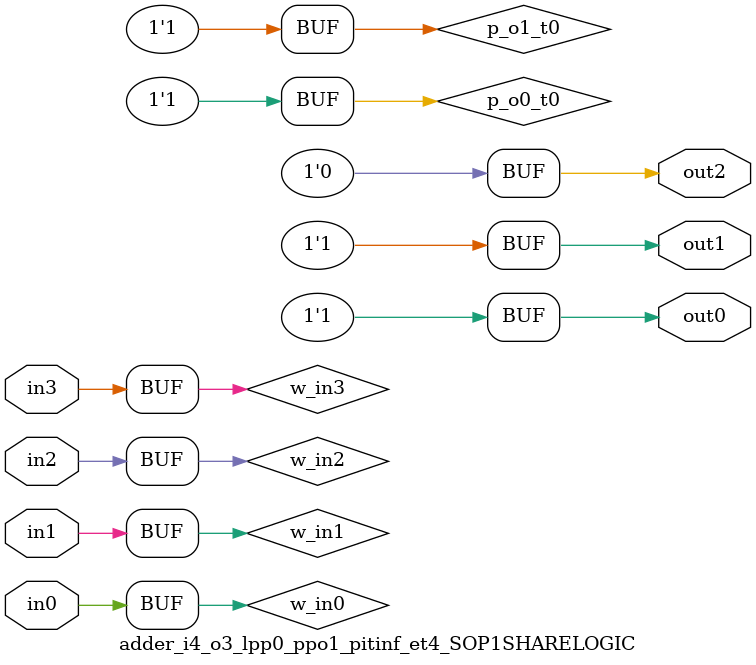
<source format=v>
module adder_i4_o3_lpp0_ppo1_pitinf_et4_SOP1SHARELOGIC (in0, in1, in2, in3, out0, out1, out2);
// declaring inputs
input in0,  in1,  in2,  in3;
// declaring outputs
output out0,  out1,  out2;
// JSON model input
wire w_in3, w_in2, w_in1, w_in0;
// JSON model output
wire w_g19, w_g26, w_g27;
//json model
wire p_o0_t0, p_o1_t0, p_o2_t0;
// JSON model input assign
assign w_in3 = in3;
assign w_in2 = in2;
assign w_in1 = in1;
assign w_in0 = in0;
//json model assigns (approximated/XPATed part)
assign p_o0_t0 = 1;
assign out0 = p_o0_t0;
assign p_o1_t0 = 1;
assign out1 = p_o1_t0;
assign out2 = 0;
endmodule
</source>
